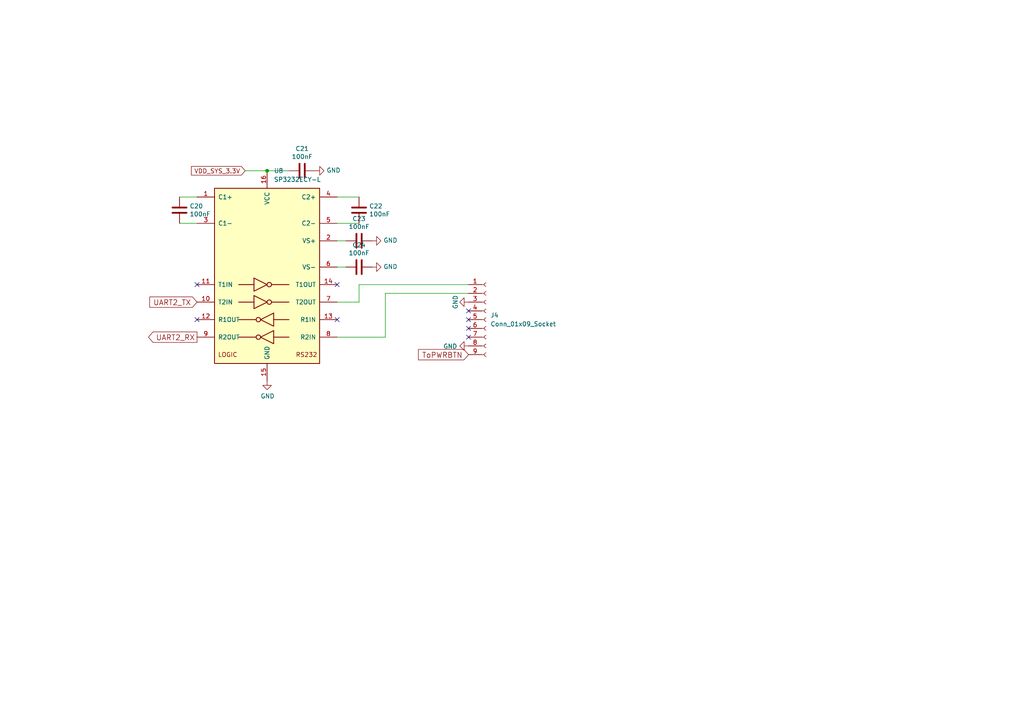
<source format=kicad_sch>
(kicad_sch (version 20230121) (generator eeschema)
  (paper "A4")
  (lib_symbols
    (symbol "Connector:Conn_01x09_Socket" (pin_names (offset 1.016) hide)
      (property "Reference" "J" (at 0 12.7 0))
      (property "Value" "Conn_01x09_Socket" (at 0 -12.7 0))
      (symbol "Conn_01x09_Socket_1_1"
        (arc (start 0 -9.652) (mid -0.5058 -10.16) (end 0 -10.668) (stroke (width 0.1524)))
        (arc (start 0 -7.112) (mid -0.5058 -7.62) (end 0 -8.128) (stroke (width 0.1524)))
        (arc (start 0 -4.572) (mid -0.5058 -5.08) (end 0 -5.588) (stroke (width 0.1524)))
        (arc (start 0 -2.032) (mid -0.5058 -2.54) (end 0 -3.048) (stroke (width 0.1524)))
        (polyline (pts (xy -1.27 -10.16) (xy -0.508 -10.16)) (stroke (width 0.1524)))
        (polyline (pts (xy -1.27 -7.62) (xy -0.508 -7.62)) (stroke (width 0.1524)))
        (polyline (pts (xy -1.27 -5.08) (xy -0.508 -5.08)) (stroke (width 0.1524)))
        (polyline (pts (xy -1.27 -2.54) (xy -0.508 -2.54)) (stroke (width 0.1524)))
        (polyline (pts (xy -1.27 0) (xy -0.508 0)) (stroke (width 0.1524)))
        (polyline (pts (xy -1.27 2.54) (xy -0.508 2.54)) (stroke (width 0.1524)))
        (polyline (pts (xy -1.27 5.08) (xy -0.508 5.08)) (stroke (width 0.1524)))
        (polyline (pts (xy -1.27 7.62) (xy -0.508 7.62)) (stroke (width 0.1524)))
        (polyline (pts (xy -1.27 10.16) (xy -0.508 10.16)) (stroke (width 0.1524)))
        (arc (start 0 0.508) (mid -0.5058 0) (end 0 -0.508) (stroke (width 0.1524)))
        (arc (start 0 3.048) (mid -0.5058 2.54) (end 0 2.032) (stroke (width 0.1524)))
        (arc (start 0 5.588) (mid -0.5058 5.08) (end 0 4.572) (stroke (width 0.1524)))
        (arc (start 0 8.128) (mid -0.5058 7.62) (end 0 7.112) (stroke (width 0.1524)))
        (arc (start 0 10.668) (mid -0.5058 10.16) (end 0 9.652) (stroke (width 0.1524)))
        (pin passive line (at -5.08 10.16 0) (length 3.81) (name "Pin_1") (number "1"))
        (pin passive line (at -5.08 7.62 0) (length 3.81) (name "Pin_2") (number "2"))
        (pin passive line (at -5.08 5.08 0) (length 3.81) (name "Pin_3") (number "3"))
        (pin passive line (at -5.08 2.54 0) (length 3.81) (name "Pin_4") (number "4"))
        (pin passive line (at -5.08 0 0) (length 3.81) (name "Pin_5") (number "5"))
        (pin passive line (at -5.08 -2.54 0) (length 3.81) (name "Pin_6") (number "6"))
        (pin passive line (at -5.08 -5.08 0) (length 3.81) (name "Pin_7") (number "7"))
        (pin passive line (at -5.08 -7.62 0) (length 3.81) (name "Pin_8") (number "8"))
        (pin passive line (at -5.08 -10.16 0) (length 3.81) (name "Pin_9") (number "9"))
      )
    )
    (symbol "Device:C" (pin_numbers hide) (pin_names (offset 0.254))
      (property "Reference" "C" (at 0.635 2.54 0))
      (property "Value" "C" (at 0.635 -2.54 0))
      (symbol "C_0_1"
        (polyline (pts (xy -2.032 -0.762) (xy 2.032 -0.762)) (stroke (width 0.508)))
        (polyline (pts (xy -2.032 0.762) (xy 2.032 0.762)) (stroke (width 0.508)))
      )
      (symbol "C_1_1"
        (pin passive line (at 0 3.81 270) (length 2.794) (name "~") (number "1"))
        (pin passive line (at 0 -3.81 90) (length 2.794) (name "~") (number "2"))
      )
    )
    (symbol "Interface_UART:MAX3232" (pin_names (offset 1.016))
      (property "Reference" "U" (at -2.54 28.575 0))
      (property "Value" "MAX3232" (at -2.54 26.67 0))
      (symbol "MAX3232_0_0"
        (text "LOGIC" (at -11.43 -22.86 0) (effects (font (size 1.27 1.27))))
        (text "RS232" (at 11.43 -22.86 0) (effects (font (size 1.27 1.27))))
      )
      (symbol "MAX3232_0_1"
        (rectangle (start -15.24 -25.4) (end 15.24 25.4) (stroke (width 0.254)) (fill (type background)))
        (circle (center -2.54 -17.78) (radius 0.635) (stroke (width 0.254)))
        (circle (center -2.54 -12.7) (radius 0.635) (stroke (width 0.254)))
        (polyline (pts (xy -3.81 -7.62) (xy -8.255 -7.62)) (stroke (width 0.254)))
        (polyline (pts (xy -3.81 -2.54) (xy -8.255 -2.54)) (stroke (width 0.254)))
        (polyline (pts (xy -3.175 -17.78) (xy -8.255 -17.78)) (stroke (width 0.254)))
        (polyline (pts (xy -3.175 -12.7) (xy -8.255 -12.7)) (stroke (width 0.254)))
        (polyline (pts (xy 1.27 -7.62) (xy 6.35 -7.62)) (stroke (width 0.254)))
        (polyline (pts (xy 1.27 -2.54) (xy 6.35 -2.54)) (stroke (width 0.254)))
        (polyline (pts (xy 1.905 -17.78) (xy 6.35 -17.78)) (stroke (width 0.254)))
        (polyline (pts (xy 1.905 -12.7) (xy 6.35 -12.7)) (stroke (width 0.254)))
        (polyline (pts (xy -3.81 -5.715) (xy -3.81 -9.525) (xy 0 -7.62) (xy -3.81 -5.715)) (stroke (width 0.254)))
        (polyline (pts (xy -3.81 -0.635) (xy -3.81 -4.445) (xy 0 -2.54) (xy -3.81 -0.635)) (stroke (width 0.254)))
        (polyline (pts (xy 1.905 -15.875) (xy 1.905 -19.685) (xy -1.905 -17.78) (xy 1.905 -15.875)) (stroke (width 0.254)))
        (polyline (pts (xy 1.905 -10.795) (xy 1.905 -14.605) (xy -1.905 -12.7) (xy 1.905 -10.795)) (stroke (width 0.254)))
        (circle (center 0.635 -7.62) (radius 0.635) (stroke (width 0.254)))
        (circle (center 0.635 -2.54) (radius 0.635) (stroke (width 0.254)))
      )
      (symbol "MAX3232_1_1"
        (pin passive line (at -20.32 22.86 0) (length 5.08) (name "C1+") (number "1"))
        (pin input line (at -20.32 -7.62 0) (length 5.08) (name "T2IN") (number "10"))
        (pin input line (at -20.32 -2.54 0) (length 5.08) (name "T1IN") (number "11"))
        (pin output line (at -20.32 -12.7 0) (length 5.08) (name "R1OUT") (number "12"))
        (pin input line (at 20.32 -12.7 180) (length 5.08) (name "R1IN") (number "13"))
        (pin output line (at 20.32 -2.54 180) (length 5.08) (name "T1OUT") (number "14"))
        (pin power_in line (at 0 -30.48 90) (length 5.08) (name "GND") (number "15"))
        (pin power_in line (at 0 30.48 270) (length 5.08) (name "VCC") (number "16"))
        (pin power_out line (at 20.32 10.16 180) (length 5.08) (name "VS+") (number "2"))
        (pin passive line (at -20.32 15.24 0) (length 5.08) (name "C1-") (number "3"))
        (pin passive line (at 20.32 22.86 180) (length 5.08) (name "C2+") (number "4"))
        (pin passive line (at 20.32 15.24 180) (length 5.08) (name "C2-") (number "5"))
        (pin power_out line (at 20.32 2.54 180) (length 5.08) (name "VS-") (number "6"))
        (pin output line (at 20.32 -7.62 180) (length 5.08) (name "T2OUT") (number "7"))
        (pin input line (at 20.32 -17.78 180) (length 5.08) (name "R2IN") (number "8"))
        (pin output line (at -20.32 -17.78 0) (length 5.08) (name "R2OUT") (number "9"))
      )
    )
    (symbol "power:GND" (power) (pin_names (offset 0))
      (property "Value" "GND" (at 0 -3.81 0))
      (symbol "GND_0_1"
        (polyline (pts (xy 0 0) (xy 0 -1.27) (xy 1.27 -1.27) (xy 0 -2.54) (xy -1.27 -1.27) (xy 0 -1.27)))
      )
      (symbol "GND_1_1"
        (pin power_in line (at 0 0 270) (length 0) hide (name "GND") (number "1"))
      )
    )
  )
  (junction (at 77.47 49.53))
  (no_connect (at 135.89 97.79))
  (no_connect (at 57.15 82.55))
  (no_connect (at 97.79 82.55))
  (no_connect (at 97.79 92.71))
  (no_connect (at 135.89 90.17))
  (no_connect (at 135.89 92.71))
  (no_connect (at 57.15 92.71))
  (no_connect (at 135.89 95.25))
  (wire (pts (xy 104.14 87.63) (xy 97.79 87.63)))
  (wire (pts (xy 104.14 57.15) (xy 97.79 57.15)))
  (wire (pts (xy 57.15 57.15) (xy 52.07 57.15)))
  (wire (pts (xy 111.76 85.09) (xy 111.76 97.79)))
  (wire (pts (xy 104.14 82.55) (xy 135.89 82.55)))
  (wire (pts (xy 97.79 64.77) (xy 104.14 64.77)))
  (wire (pts (xy 104.14 82.55) (xy 104.14 87.63)))
  (wire (pts (xy 71.12 49.53) (xy 77.47 49.53)))
  (wire (pts (xy 97.79 69.85) (xy 100.33 69.85)))
  (wire (pts (xy 111.76 97.79) (xy 97.79 97.79)))
  (wire (pts (xy 100.33 77.47) (xy 97.79 77.47)))
  (wire (pts (xy 83.82 49.53) (xy 77.47 49.53)))
  (wire (pts (xy 57.15 64.77) (xy 52.07 64.77)))
  (wire (pts (xy 111.76 85.09) (xy 135.89 85.09)))
  (global_label "UART2_TX" (shape input) (at 57.15 87.63 180) (effects (font (size 1.524 1.524))) (property "Intersheetrefs" "${INTERSHEET_REFS}" (effects hide)))
  (global_label "VDD_SYS_3.3V" (shape input) (at 71.12 49.53 180) (property "Intersheetrefs" "${INTERSHEET_REFS}" (effects hide)))
  (global_label "ToPWRBTN" (shape input) (at 135.89 102.87 180) (effects (font (size 1.524 1.524))) (property "Intersheetrefs" "${INTERSHEET_REFS}" (effects hide)))
  (global_label "UART2_RX" (shape output) (at 57.15 97.79 180) (effects (font (size 1.524 1.524))) (property "Intersheetrefs" "${INTERSHEET_REFS}" (effects hide)))
  (symbol (lib_id "Device:C") (at 104.14 77.47 270) (unit 1)
    (property "Reference" "C24" (at 104.14 71.0692 90))
    (property "Value" "100nF" (at 104.14 73.3806 90))
    (property "Footprint" "Capacitor_SMD:C_0603_1608Metric" (effects hide))
    (property "Datasheet" "https://datasheet.lcsc.com/szlcsc/YAGEO-CC0805KRX7R9BB104_C49678.pdf" (effects hide))
    (property "ManufacturerPartNumber" "CC0603KRX7R9BB104" (effects hide))
    (property "Package" "0805" (effects hide))
    (property "LCSC Part #" "C14663" (effects hide))
    (property "Manufacturer" "Samsung Electro-Mechanics" (effects hide))
    (property "IncludeInBOM" "TRUE" (effects hide))
    (instances (project "WiRoc_NanoPi" (path "" (reference "C24") (unit 1))) (project "BTSerialClient" (path "" (reference "C7") (unit 1))))
  )
  (symbol (lib_id "power:GND") (at 107.95 77.47 90) (unit 1)
    (property "Reference" "#PWR026" (effects hide))
    (property "Value" "GND" (at 111.2012 77.343 90) (effects (justify right)))
    (instances (project "WiRoc_NanoPi" (path "" (reference "#PWR026") (unit 1))) (project "BTSerialClient" (path "" (reference "#PWR013") (unit 1))))
  )
  (symbol (lib_id "Device:C") (at 52.07 60.96 0) (unit 1)
    (property "Reference" "C20" (at 54.991 59.7916 0) (effects (justify left)))
    (property "Value" "100nF" (at 54.991 62.103 0) (effects (justify left)))
    (property "Footprint" "Capacitor_SMD:C_0603_1608Metric" (effects hide))
    (property "Datasheet" "https://datasheet.lcsc.com/szlcsc/YAGEO-CC0805KRX7R9BB104_C49678.pdf" (effects hide))
    (property "ManufacturerPartNumber" "CC0603KRX7R9BB104" (effects hide))
    (property "Package" "0805" (effects hide))
    (property "LCSC Part #" "C14663" (effects hide))
    (property "Manufacturer" "Samsung Electro-Mechanics" (effects hide))
    (property "IncludeInBOM" "TRUE" (effects hide))
    (instances (project "WiRoc_NanoPi" (path "" (reference "C20") (unit 1))) (project "BTSerialClient" (path "" (reference "C2") (unit 1))))
  )
  (symbol (lib_id "Device:C") (at 104.14 69.85 270) (unit 1)
    (property "Reference" "C23" (at 104.14 63.4492 90))
    (property "Value" "100nF" (at 104.14 65.7606 90))
    (property "Footprint" "Capacitor_SMD:C_0603_1608Metric" (effects hide))
    (property "Datasheet" "https://datasheet.lcsc.com/szlcsc/YAGEO-CC0805KRX7R9BB104_C49678.pdf" (effects hide))
    (property "ManufacturerPartNumber" "CC0603KRX7R9BB104" (effects hide))
    (property "Package" "0805" (effects hide))
    (property "LCSC Part #" "C14663" (effects hide))
    (property "Manufacturer" "Samsung Electro-Mechanics" (effects hide))
    (property "IncludeInBOM" "TRUE" (effects hide))
    (instances (project "WiRoc_NanoPi" (path "" (reference "C23") (unit 1))) (project "BTSerialClient" (path "" (reference "C6") (unit 1))))
  )
  (symbol (lib_id "power:GND") (at 107.95 69.85 90) (unit 1)
    (property "Reference" "#PWR025" (effects hide))
    (property "Value" "GND" (at 111.2012 69.723 90) (effects (justify right)))
    (instances (project "WiRoc_NanoPi" (path "" (reference "#PWR025") (unit 1))) (project "BTSerialClient" (path "" (reference "#PWR012") (unit 1))))
  )
  (symbol (lib_id "power:GND") (at 91.44 49.53 90) (unit 1)
    (property "Reference" "#PWR023" (effects hide))
    (property "Value" "GND" (at 94.6912 49.403 90) (effects (justify right)))
    (instances (project "WiRoc_NanoPi" (path "" (reference "#PWR023") (unit 1))) (project "BTSerialClient" (path "" (reference "#PWR011") (unit 1))))
  )
  (symbol (lib_id "Interface_UART:MAX3232") (at 77.47 80.01 0) (unit 1)
    (property "Reference" "U8" (at 79.4259 49.53 0) (effects (justify left)))
    (property "Value" "SP3232ECY-L" (at 79.4259 52.07 0) (effects (justify left)))
    (property "Footprint" "Package_SO:TSSOP-16_4.4x5mm_P0.65mm" (effects hide))
    (property "Datasheet" "https://datasheet.lcsc.com/lcsc/2304140030_MaxLinear-SP3232ECY-L_C31142.pdf" (effects hide))
    (property "IncludeInBOM" "TRUE" (effects hide))
    (property "ManufacturerPartNumber" "SP3232ECY-L" (effects hide))
    (property "Package" "TSSOP-16" (effects hide))
    (property "ThroughHole" "FALSE" (effects hide))
    (property "LCSC Part #" "C31142" (effects hide))
    (property "JLCPCB Rotation Offset" "-90" (effects hide))
    (property "Original" "Yes" (effects hide))
  )
  (symbol (lib_id "power:GND") (at 77.47 110.49 0) (unit 1)
    (property "Reference" "#PWR024" (effects hide))
    (property "Value" "GND" (at 77.597 114.8842 0))
    (instances (project "WiRoc_NanoPi" (path "" (reference "#PWR024") (unit 1))) (project "BTSerialClient" (path "" (reference "#PWR010") (unit 1))))
  )
  (symbol (lib_id "Device:C") (at 104.14 60.96 0) (unit 1)
    (property "Reference" "C22" (at 107.061 59.7916 0) (effects (justify left)))
    (property "Value" "100nF" (at 107.061 62.103 0) (effects (justify left)))
    (property "Footprint" "Capacitor_SMD:C_0603_1608Metric" (effects hide))
    (property "Datasheet" "https://datasheet.lcsc.com/szlcsc/YAGEO-CC0805KRX7R9BB104_C49678.pdf" (effects hide))
    (property "ManufacturerPartNumber" "CC0603KRX7R9BB104" (effects hide))
    (property "Package" "0805" (effects hide))
    (property "LCSC Part #" "C14663" (effects hide))
    (property "Manufacturer" "Samsung Electro-Mechanics" (effects hide))
    (property "IncludeInBOM" "TRUE" (effects hide))
    (instances (project "WiRoc_NanoPi" (path "" (reference "C22") (unit 1))) (project "BTSerialClient" (path "" (reference "C5") (unit 1))))
  )
  (symbol (lib_id "Connector:Conn_01x09_Socket") (at 140.97 92.71 0) (unit 1)
    (property "Reference" "J4" (at 142.24 91.44 0) (effects (justify left)))
    (property "Value" "Conn_01x09_Socket" (at 142.24 93.98 0) (effects (justify left)))
    (property "Footprint" "Connector_PinSocket_1.27mm:PinSocket_1x09_P1.27mm_Vertical" (effects hide))
    (property "IncludeInBOM" "FALSE" (effects hide))
  )
  (symbol (lib_id "Device:C") (at 87.63 49.53 270) (unit 1)
    (property "Reference" "C21" (at 87.63 43.1292 90))
    (property "Value" "100nF" (at 87.63 45.4406 90))
    (property "Footprint" "Capacitor_SMD:C_0603_1608Metric" (effects hide))
    (property "Datasheet" "https://datasheet.lcsc.com/szlcsc/YAGEO-CC0805KRX7R9BB104_C49678.pdf" (effects hide))
    (property "Package" "0805" (effects hide))
    (property "ManufacturerPartNumber" "CC0603KRX7R9BB104" (effects hide))
    (property "LCSC Part #" "C14663" (effects hide))
    (property "Manufacturer" "Samsung Electro-Mechanics" (effects hide))
    (property "IncludeInBOM" "TRUE" (effects hide))
    (instances (project "WiRoc_NanoPi" (path "" (reference "C21") (unit 1))) (project "BTSerialClient" (path "" (reference "C4") (unit 1))))
  )
  (symbol (lib_id "power:GND") (at 135.89 87.63 270) (unit 1)
    (property "Reference" "#PWR031" (effects hide))
    (property "Value" "GND" (at 132.08 87.63 0))
  )
  (symbol (lib_id "power:GND") (at 135.89 100.33 270) (unit 1)
    (property "Reference" "#PWR014" (effects hide))
    (property "Value" "GND" (at 132.6388 100.457 90) (effects (justify right)))
  )
)
</source>
